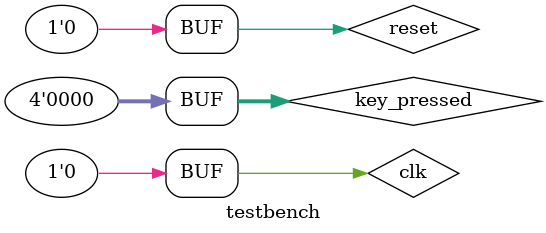
<source format=sv>
module testbench();
	
	logic clk, reset, win;
	logic [3:0] key_pressed;
	logic passed;
	
	// generate clock
	always
		begin
			clk = 1; #5; clk = 0; #5;
		end
		
	// instantiate device under test
	arrowspace dut(clk, reset, key_pressed, win);

	
  // apply inputs
  initial begin 
  reset = 1; #20; reset = 0;
  
  key_pressed = 4'b0;
  #10;
  
  // First key match
  key_pressed = 4'b1;
  #20;
  key_pressed = 4'b0;
  #20;
  
  //trigger a reset
  key_pressed = 4'b1;
  #20;
  key_pressed = 4'b0;
  #20;
  
  // restart
  key_pressed = 4'b1;
  #20;
  key_pressed = 4'b0;
  #20;
  key_pressed = 4'b10;
  #20;
  key_pressed = 4'b0;
  #20;
  key_pressed = 4'b11;
  #20;
  key_pressed = 4'b0;
  #20;
  
  end
endmodule 

</source>
